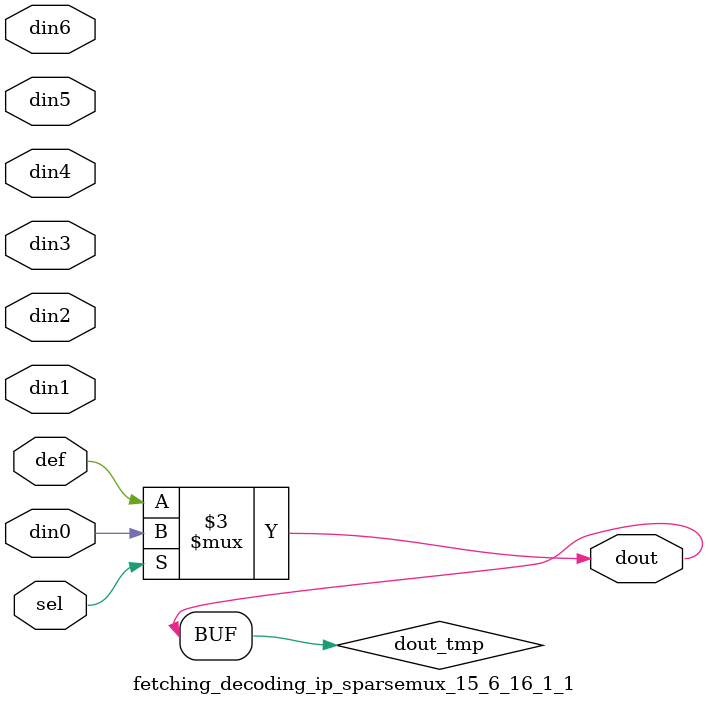
<source format=v>
`timescale 1ns / 1ps

module fetching_decoding_ip_sparsemux_15_6_16_1_1 (din0,din1,din2,din3,din4,din5,din6,def,sel,dout);

parameter din0_WIDTH = 1;

parameter din1_WIDTH = 1;

parameter din2_WIDTH = 1;

parameter din3_WIDTH = 1;

parameter din4_WIDTH = 1;

parameter din5_WIDTH = 1;

parameter din6_WIDTH = 1;

parameter def_WIDTH = 1;
parameter sel_WIDTH = 1;
parameter dout_WIDTH = 1;

parameter [sel_WIDTH-1:0] CASE0 = 1;

parameter [sel_WIDTH-1:0] CASE1 = 1;

parameter [sel_WIDTH-1:0] CASE2 = 1;

parameter [sel_WIDTH-1:0] CASE3 = 1;

parameter [sel_WIDTH-1:0] CASE4 = 1;

parameter [sel_WIDTH-1:0] CASE5 = 1;

parameter [sel_WIDTH-1:0] CASE6 = 1;

parameter ID = 1;
parameter NUM_STAGE = 1;



input [din0_WIDTH-1:0] din0;

input [din1_WIDTH-1:0] din1;

input [din2_WIDTH-1:0] din2;

input [din3_WIDTH-1:0] din3;

input [din4_WIDTH-1:0] din4;

input [din5_WIDTH-1:0] din5;

input [din6_WIDTH-1:0] din6;

input [def_WIDTH-1:0] def;
input [sel_WIDTH-1:0] sel;

output [dout_WIDTH-1:0] dout;



reg [dout_WIDTH-1:0] dout_tmp;


always @ (*) begin
(* parallel_case *) case (sel)
    
    CASE0 : dout_tmp = din0;
    
    CASE1 : dout_tmp = din1;
    
    CASE2 : dout_tmp = din2;
    
    CASE3 : dout_tmp = din3;
    
    CASE4 : dout_tmp = din4;
    
    CASE5 : dout_tmp = din5;
    
    CASE6 : dout_tmp = din6;
    
    default : dout_tmp = def;
endcase
end


assign dout = dout_tmp;



endmodule

</source>
